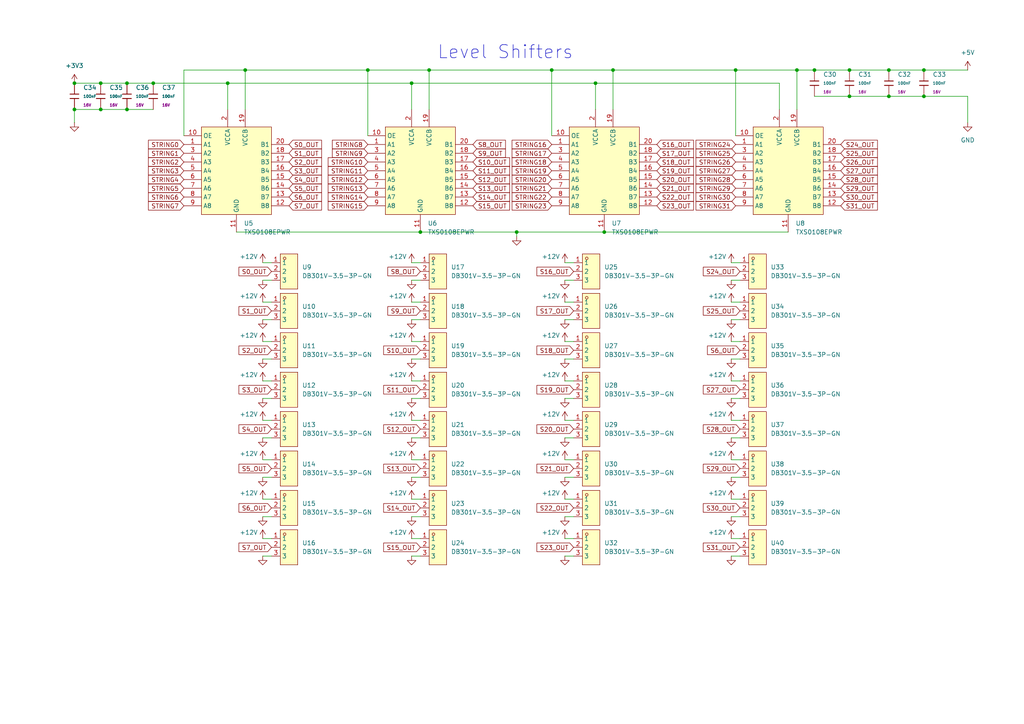
<source format=kicad_sch>
(kicad_sch (version 20250114) (generator "eeschema") (generator_version "9.0")
  (paper "A4")
  (text "Level Shifters" (at 146.558 15.24 0) (effects (font (size 3.81 3.81))))
  (junction (at 21.59 31.75))
  (junction (at 106.68 20.32))
  (junction (at 175.26 67.31))
  (junction (at 172.72 24.13))
  (junction (at 236.22 20.32))
  (junction (at 124.46 20.32))
  (junction (at 160.02 20.32))
  (junction (at 121.92 67.31))
  (junction (at 36.83 24.13))
  (junction (at 21.59 24.13))
  (junction (at 267.97 27.94))
  (junction (at 246.38 27.94))
  (junction (at 257.81 20.32))
  (junction (at 177.8 20.32))
  (junction (at 213.36 20.32))
  (junction (at 36.83 31.75))
  (junction (at 149.86 67.31))
  (junction (at 246.38 20.32))
  (junction (at 231.14 20.32))
  (junction (at 71.12 20.32))
  (junction (at 66.04 24.13))
  (junction (at 44.45 24.13))
  (junction (at 119.38 24.13))
  (junction (at 29.21 31.75))
  (junction (at 267.97 20.32))
  (junction (at 257.81 27.94))
  (junction (at 29.21 24.13))
  (wire (pts (xy 212.09 133.35) (xy 214.63 133.35)))
  (wire (pts (xy 163.83 110.49) (xy 166.37 110.49)))
  (wire (pts (xy 177.8 20.32) (xy 177.8 31.75)))
  (wire (pts (xy 172.72 24.13) (xy 226.06 24.13)))
  (wire (pts (xy 163.83 104.14) (xy 166.37 104.14)))
  (wire (pts (xy 76.2 149.86) (xy 78.74 149.86)))
  (wire (pts (xy 236.22 20.32) (xy 246.38 20.32)))
  (wire (pts (xy 236.22 27.94) (xy 246.38 27.94)))
  (wire (pts (xy 177.8 20.32) (xy 213.36 20.32)))
  (wire (pts (xy 76.2 81.28) (xy 78.74 81.28)))
  (wire (pts (xy 121.92 67.31) (xy 149.86 67.31)))
  (wire (pts (xy 124.46 20.32) (xy 160.02 20.32)))
  (wire (pts (xy 163.83 76.2) (xy 166.37 76.2)))
  (wire (pts (xy 119.38 99.06) (xy 121.92 99.06)))
  (wire (pts (xy 106.68 20.32) (xy 124.46 20.32)))
  (wire (pts (xy 119.38 110.49) (xy 121.92 110.49)))
  (wire (pts (xy 172.72 24.13) (xy 172.72 31.75)))
  (wire (pts (xy 36.83 24.13) (xy 44.45 24.13)))
  (wire (pts (xy 76.2 87.63) (xy 78.74 87.63)))
  (wire (pts (xy 119.38 138.43) (xy 121.92 138.43)))
  (wire (pts (xy 212.09 87.63) (xy 214.63 87.63)))
  (wire (pts (xy 267.97 27.94) (xy 280.67 27.94)))
  (wire (pts (xy 212.09 121.92) (xy 214.63 121.92)))
  (wire (pts (xy 119.38 144.78) (xy 121.92 144.78)))
  (wire (pts (xy 119.38 76.2) (xy 121.92 76.2)))
  (wire (pts (xy 163.83 144.78) (xy 166.37 144.78)))
  (wire (pts (xy 76.2 127) (xy 78.74 127)))
  (wire (pts (xy 29.21 24.13) (xy 36.83 24.13)))
  (wire (pts (xy 53.34 39.37) (xy 53.34 20.32)))
  (wire (pts (xy 76.2 121.92) (xy 78.74 121.92)))
  (wire (pts (xy 163.83 149.86) (xy 166.37 149.86)))
  (wire (pts (xy 212.09 127) (xy 214.63 127)))
  (wire (pts (xy 257.81 20.32) (xy 267.97 20.32)))
  (wire (pts (xy 212.09 104.14) (xy 214.63 104.14)))
  (wire (pts (xy 212.09 76.2) (xy 214.63 76.2)))
  (wire (pts (xy 175.26 67.31) (xy 228.6 67.31)))
  (wire (pts (xy 119.38 24.13) (xy 172.72 24.13)))
  (wire (pts (xy 163.83 138.43) (xy 166.37 138.43)))
  (wire (pts (xy 163.83 115.57) (xy 166.37 115.57)))
  (wire (pts (xy 160.02 20.32) (xy 160.02 39.37)))
  (wire (pts (xy 163.83 92.71) (xy 166.37 92.71)))
  (wire (pts (xy 76.2 104.14) (xy 78.74 104.14)))
  (wire (pts (xy 119.38 92.71) (xy 121.92 92.71)))
  (wire (pts (xy 246.38 20.32) (xy 257.81 20.32)))
  (wire (pts (xy 66.04 24.13) (xy 119.38 24.13)))
  (wire (pts (xy 212.09 92.71) (xy 214.63 92.71)))
  (wire (pts (xy 119.38 156.21) (xy 121.92 156.21)))
  (wire (pts (xy 44.45 24.13) (xy 66.04 24.13)))
  (wire (pts (xy 163.83 121.92) (xy 166.37 121.92)))
  (wire (pts (xy 160.02 20.32) (xy 177.8 20.32)))
  (wire (pts (xy 21.59 31.75) (xy 21.59 35.56)))
  (wire (pts (xy 212.09 110.49) (xy 214.63 110.49)))
  (wire (pts (xy 119.38 133.35) (xy 121.92 133.35)))
  (wire (pts (xy 163.83 127) (xy 166.37 127)))
  (wire (pts (xy 76.2 144.78) (xy 78.74 144.78)))
  (wire (pts (xy 212.09 81.28) (xy 214.63 81.28)))
  (wire (pts (xy 280.67 27.94) (xy 280.67 35.56)))
  (wire (pts (xy 163.83 87.63) (xy 166.37 87.63)))
  (wire (pts (xy 71.12 20.32) (xy 106.68 20.32)))
  (wire (pts (xy 163.83 161.29) (xy 166.37 161.29)))
  (wire (pts (xy 267.97 20.32) (xy 280.67 20.32)))
  (wire (pts (xy 21.59 31.75) (xy 29.21 31.75)))
  (wire (pts (xy 231.14 20.32) (xy 236.22 20.32)))
  (wire (pts (xy 124.46 20.32) (xy 124.46 31.75)))
  (wire (pts (xy 212.09 115.57) (xy 214.63 115.57)))
  (wire (pts (xy 53.34 20.32) (xy 71.12 20.32)))
  (wire (pts (xy 119.38 115.57) (xy 121.92 115.57)))
  (wire (pts (xy 76.2 99.06) (xy 78.74 99.06)))
  (wire (pts (xy 246.38 27.94) (xy 257.81 27.94)))
  (wire (pts (xy 212.09 161.29) (xy 214.63 161.29)))
  (wire (pts (xy 119.38 161.29) (xy 121.92 161.29)))
  (wire (pts (xy 119.38 121.92) (xy 121.92 121.92)))
  (wire (pts (xy 76.2 76.2) (xy 78.74 76.2)))
  (wire (pts (xy 29.21 31.75) (xy 36.83 31.75)))
  (wire (pts (xy 231.14 20.32) (xy 231.14 31.75)))
  (wire (pts (xy 21.59 24.13) (xy 29.21 24.13)))
  (wire (pts (xy 76.2 161.29) (xy 78.74 161.29)))
  (wire (pts (xy 119.38 81.28) (xy 121.92 81.28)))
  (wire (pts (xy 149.86 67.31) (xy 175.26 67.31)))
  (wire (pts (xy 213.36 20.32) (xy 213.36 39.37)))
  (wire (pts (xy 213.36 20.32) (xy 231.14 20.32)))
  (wire (pts (xy 212.09 149.86) (xy 214.63 149.86)))
  (wire (pts (xy 257.81 27.94) (xy 267.97 27.94)))
  (wire (pts (xy 71.12 20.32) (xy 71.12 31.75)))
  (wire (pts (xy 119.38 24.13) (xy 119.38 31.75)))
  (wire (pts (xy 212.09 138.43) (xy 214.63 138.43)))
  (wire (pts (xy 149.86 68.58) (xy 149.86 67.31)))
  (wire (pts (xy 163.83 156.21) (xy 166.37 156.21)))
  (wire (pts (xy 76.2 115.57) (xy 78.74 115.57)))
  (wire (pts (xy 163.83 99.06) (xy 166.37 99.06)))
  (wire (pts (xy 212.09 99.06) (xy 214.63 99.06)))
  (wire (pts (xy 163.83 133.35) (xy 166.37 133.35)))
  (wire (pts (xy 119.38 87.63) (xy 121.92 87.63)))
  (wire (pts (xy 106.68 20.32) (xy 106.68 39.37)))
  (wire (pts (xy 68.58 67.31) (xy 121.92 67.31)))
  (wire (pts (xy 76.2 156.21) (xy 78.74 156.21)))
  (wire (pts (xy 212.09 156.21) (xy 214.63 156.21)))
  (wire (pts (xy 119.38 104.14) (xy 121.92 104.14)))
  (wire (pts (xy 163.83 81.28) (xy 166.37 81.28)))
  (wire (pts (xy 76.2 92.71) (xy 78.74 92.71)))
  (wire (pts (xy 66.04 24.13) (xy 66.04 31.75)))
  (wire (pts (xy 212.09 144.78) (xy 214.63 144.78)))
  (wire (pts (xy 36.83 31.75) (xy 44.45 31.75)))
  (wire (pts (xy 76.2 133.35) (xy 78.74 133.35)))
  (wire (pts (xy 76.2 138.43) (xy 78.74 138.43)))
  (wire (pts (xy 119.38 149.86) (xy 121.92 149.86)))
  (wire (pts (xy 119.38 127) (xy 121.92 127)))
  (wire (pts (xy 76.2 110.49) (xy 78.74 110.49)))
  (wire (pts (xy 226.06 24.13) (xy 226.06 31.75)))
  (global_label "S8_OUT" (shape input) (at 137.16 41.91 0) (property "Intersheetrefs" "${INTERSHEET_REFS}" (effects (hide yes))))
  (global_label "S21_OUT" (shape input) (at 190.5 54.61 0) (property "Intersheetrefs" "${INTERSHEET_REFS}" (effects (hide yes))))
  (global_label "S31_OUT" (shape input) (at 243.84 59.69 0) (property "Intersheetrefs" "${INTERSHEET_REFS}" (effects (hide yes))))
  (global_label "S24_OUT" (shape input) (at 214.63 78.74 180) (property "Intersheetrefs" "${INTERSHEET_REFS}" (effects (hide yes))))
  (global_label "S17_OUT" (shape input) (at 166.37 90.17 180) (property "Intersheetrefs" "${INTERSHEET_REFS}" (effects (hide yes))))
  (global_label "STRING4" (shape input) (at 53.34 52.07 180) (property "Intersheetrefs" "${INTERSHEET_REFS}" (effects (hide yes))))
  (global_label "STRING0" (shape input) (at 53.34 41.91 180) (property "Intersheetrefs" "${INTERSHEET_REFS}" (effects (hide yes))))
  (global_label "S3_OUT" (shape input) (at 78.74 113.03 180) (property "Intersheetrefs" "${INTERSHEET_REFS}" (effects (hide yes))))
  (global_label "S12_OUT" (shape input) (at 121.92 124.46 180) (property "Intersheetrefs" "${INTERSHEET_REFS}" (effects (hide yes))))
  (global_label "S7_OUT" (shape input) (at 83.82 59.69 0) (property "Intersheetrefs" "${INTERSHEET_REFS}" (effects (hide yes))))
  (global_label "S25_OUT" (shape input) (at 243.84 44.45 0) (property "Intersheetrefs" "${INTERSHEET_REFS}" (effects (hide yes))))
  (global_label "STRING8" (shape input) (at 106.68 41.91 180) (property "Intersheetrefs" "${INTERSHEET_REFS}" (effects (hide yes))))
  (global_label "STRING9" (shape input) (at 106.68 44.45 180) (property "Intersheetrefs" "${INTERSHEET_REFS}" (effects (hide yes))))
  (global_label "S8_OUT" (shape input) (at 121.92 78.74 180) (property "Intersheetrefs" "${INTERSHEET_REFS}" (effects (hide yes))))
  (global_label "S2_OUT" (shape input) (at 78.74 101.6 180) (property "Intersheetrefs" "${INTERSHEET_REFS}" (effects (hide yes))))
  (global_label "S14_OUT" (shape input) (at 121.92 147.32 180) (property "Intersheetrefs" "${INTERSHEET_REFS}" (effects (hide yes))))
  (global_label "STRING21" (shape input) (at 160.02 54.61 180) (property "Intersheetrefs" "${INTERSHEET_REFS}" (effects (hide yes))))
  (global_label "S20_OUT" (shape input) (at 190.5 52.07 0) (property "Intersheetrefs" "${INTERSHEET_REFS}" (effects (hide yes))))
  (global_label "S18_OUT" (shape input) (at 190.5 46.99 0) (property "Intersheetrefs" "${INTERSHEET_REFS}" (effects (hide yes))))
  (global_label "S27_OUT" (shape input) (at 243.84 49.53 0) (property "Intersheetrefs" "${INTERSHEET_REFS}" (effects (hide yes))))
  (global_label "S24_OUT" (shape input) (at 243.84 41.91 0) (property "Intersheetrefs" "${INTERSHEET_REFS}" (effects (hide yes))))
  (global_label "S20_OUT" (shape input) (at 166.37 124.46 180) (property "Intersheetrefs" "${INTERSHEET_REFS}" (effects (hide yes))))
  (global_label "S25_OUT" (shape input) (at 214.63 90.17 180) (property "Intersheetrefs" "${INTERSHEET_REFS}" (effects (hide yes))))
  (global_label "S14_OUT" (shape input) (at 137.16 57.15 0) (property "Intersheetrefs" "${INTERSHEET_REFS}" (effects (hide yes))))
  (global_label "S9_OUT" (shape input) (at 137.16 44.45 0) (property "Intersheetrefs" "${INTERSHEET_REFS}" (effects (hide yes))))
  (global_label "S26_OUT" (shape input) (at 243.84 46.99 0) (property "Intersheetrefs" "${INTERSHEET_REFS}" (effects (hide yes))))
  (global_label "STRING22" (shape input) (at 160.02 57.15 180) (property "Intersheetrefs" "${INTERSHEET_REFS}" (effects (hide yes))))
  (global_label "S11_OUT" (shape input) (at 137.16 49.53 0) (property "Intersheetrefs" "${INTERSHEET_REFS}" (effects (hide yes))))
  (global_label "STRING29" (shape input) (at 213.36 54.61 180) (property "Intersheetrefs" "${INTERSHEET_REFS}" (effects (hide yes))))
  (global_label "S21_OUT" (shape input) (at 166.37 135.89 180) (property "Intersheetrefs" "${INTERSHEET_REFS}" (effects (hide yes))))
  (global_label "S0_OUT" (shape input) (at 78.74 78.74 180) (property "Intersheetrefs" "${INTERSHEET_REFS}" (effects (hide yes))))
  (global_label "STRING10" (shape input) (at 106.68 46.99 180) (property "Intersheetrefs" "${INTERSHEET_REFS}" (effects (hide yes))))
  (global_label "STRING30" (shape input) (at 213.36 57.15 180) (property "Intersheetrefs" "${INTERSHEET_REFS}" (effects (hide yes))))
  (global_label "S6_OUT" (shape input) (at 214.63 101.6 180) (property "Intersheetrefs" "${INTERSHEET_REFS}" (effects (hide yes))))
  (global_label "STRING16" (shape input) (at 160.02 41.91 180) (property "Intersheetrefs" "${INTERSHEET_REFS}" (effects (hide yes))))
  (global_label "STRING17" (shape input) (at 160.02 44.45 180) (property "Intersheetrefs" "${INTERSHEET_REFS}" (effects (hide yes))))
  (global_label "S29_OUT" (shape input) (at 243.84 54.61 0) (property "Intersheetrefs" "${INTERSHEET_REFS}" (effects (hide yes))))
  (global_label "S29_OUT" (shape input) (at 214.63 135.89 180) (property "Intersheetrefs" "${INTERSHEET_REFS}" (effects (hide yes))))
  (global_label "STRING12" (shape input) (at 106.68 52.07 180) (property "Intersheetrefs" "${INTERSHEET_REFS}" (effects (hide yes))))
  (global_label "S13_OUT" (shape input) (at 121.92 135.89 180) (property "Intersheetrefs" "${INTERSHEET_REFS}" (effects (hide yes))))
  (global_label "S2_OUT" (shape input) (at 83.82 46.99 0) (property "Intersheetrefs" "${INTERSHEET_REFS}" (effects (hide yes))))
  (global_label "S9_OUT" (shape input) (at 121.92 90.17 180) (property "Intersheetrefs" "${INTERSHEET_REFS}" (effects (hide yes))))
  (global_label "S5_OUT" (shape input) (at 78.74 135.89 180) (property "Intersheetrefs" "${INTERSHEET_REFS}" (effects (hide yes))))
  (global_label "S23_OUT" (shape input) (at 190.5 59.69 0) (property "Intersheetrefs" "${INTERSHEET_REFS}" (effects (hide yes))))
  (global_label "STRING18" (shape input) (at 160.02 46.99 180) (property "Intersheetrefs" "${INTERSHEET_REFS}" (effects (hide yes))))
  (global_label "STRING13" (shape input) (at 106.68 54.61 180) (property "Intersheetrefs" "${INTERSHEET_REFS}" (effects (hide yes))))
  (global_label "S5_OUT" (shape input) (at 83.82 54.61 0) (property "Intersheetrefs" "${INTERSHEET_REFS}" (effects (hide yes))))
  (global_label "S6_OUT" (shape input) (at 83.82 57.15 0) (property "Intersheetrefs" "${INTERSHEET_REFS}" (effects (hide yes))))
  (global_label "S6_OUT" (shape input) (at 78.74 147.32 180) (property "Intersheetrefs" "${INTERSHEET_REFS}" (effects (hide yes))))
  (global_label "STRING15" (shape input) (at 106.68 59.69 180) (property "Intersheetrefs" "${INTERSHEET_REFS}" (effects (hide yes))))
  (global_label "S10_OUT" (shape input) (at 121.92 101.6 180) (property "Intersheetrefs" "${INTERSHEET_REFS}" (effects (hide yes))))
  (global_label "S30_OUT" (shape input) (at 243.84 57.15 0) (property "Intersheetrefs" "${INTERSHEET_REFS}" (effects (hide yes))))
  (global_label "S27_OUT" (shape input) (at 214.63 113.03 180) (property "Intersheetrefs" "${INTERSHEET_REFS}" (effects (hide yes))))
  (global_label "S10_OUT" (shape input) (at 137.16 46.99 0) (property "Intersheetrefs" "${INTERSHEET_REFS}" (effects (hide yes))))
  (global_label "STRING28" (shape input) (at 213.36 52.07 180) (property "Intersheetrefs" "${INTERSHEET_REFS}" (effects (hide yes))))
  (global_label "STRING6" (shape input) (at 53.34 57.15 180) (property "Intersheetrefs" "${INTERSHEET_REFS}" (effects (hide yes))))
  (global_label "STRING1" (shape input) (at 53.34 44.45 180) (property "Intersheetrefs" "${INTERSHEET_REFS}" (effects (hide yes))))
  (global_label "STRING31" (shape input) (at 213.36 59.69 180) (property "Intersheetrefs" "${INTERSHEET_REFS}" (effects (hide yes))))
  (global_label "S13_OUT" (shape input) (at 137.16 54.61 0) (property "Intersheetrefs" "${INTERSHEET_REFS}" (effects (hide yes))))
  (global_label "S1_OUT" (shape input) (at 83.82 44.45 0) (property "Intersheetrefs" "${INTERSHEET_REFS}" (effects (hide yes))))
  (global_label "S22_OUT" (shape input) (at 166.37 147.32 180) (property "Intersheetrefs" "${INTERSHEET_REFS}" (effects (hide yes))))
  (global_label "S16_OUT" (shape input) (at 190.5 41.91 0) (property "Intersheetrefs" "${INTERSHEET_REFS}" (effects (hide yes))))
  (global_label "STRING2" (shape input) (at 53.34 46.99 180) (property "Intersheetrefs" "${INTERSHEET_REFS}" (effects (hide yes))))
  (global_label "S16_OUT" (shape input) (at 166.37 78.74 180) (property "Intersheetrefs" "${INTERSHEET_REFS}" (effects (hide yes))))
  (global_label "S4_OUT" (shape input) (at 83.82 52.07 0) (property "Intersheetrefs" "${INTERSHEET_REFS}" (effects (hide yes))))
  (global_label "S15_OUT" (shape input) (at 137.16 59.69 0) (property "Intersheetrefs" "${INTERSHEET_REFS}" (effects (hide yes))))
  (global_label "S17_OUT" (shape input) (at 190.5 44.45 0) (property "Intersheetrefs" "${INTERSHEET_REFS}" (effects (hide yes))))
  (global_label "S18_OUT" (shape input) (at 166.37 101.6 180) (property "Intersheetrefs" "${INTERSHEET_REFS}" (effects (hide yes))))
  (global_label "STRING25" (shape input) (at 213.36 44.45 180) (property "Intersheetrefs" "${INTERSHEET_REFS}" (effects (hide yes))))
  (global_label "STRING27" (shape input) (at 213.36 49.53 180) (property "Intersheetrefs" "${INTERSHEET_REFS}" (effects (hide yes))))
  (global_label "S23_OUT" (shape input) (at 166.37 158.75 180) (property "Intersheetrefs" "${INTERSHEET_REFS}" (effects (hide yes))))
  (global_label "STRING3" (shape input) (at 53.34 49.53 180) (property "Intersheetrefs" "${INTERSHEET_REFS}" (effects (hide yes))))
  (global_label "S22_OUT" (shape input) (at 190.5 57.15 0) (property "Intersheetrefs" "${INTERSHEET_REFS}" (effects (hide yes))))
  (global_label "STRING19" (shape input) (at 160.02 49.53 180) (property "Intersheetrefs" "${INTERSHEET_REFS}" (effects (hide yes))))
  (global_label "S15_OUT" (shape input) (at 121.92 158.75 180) (property "Intersheetrefs" "${INTERSHEET_REFS}" (effects (hide yes))))
  (global_label "S0_OUT" (shape input) (at 83.82 41.91 0) (property "Intersheetrefs" "${INTERSHEET_REFS}" (effects (hide yes))))
  (global_label "STRING20" (shape input) (at 160.02 52.07 180) (property "Intersheetrefs" "${INTERSHEET_REFS}" (effects (hide yes))))
  (global_label "S28_OUT" (shape input) (at 243.84 52.07 0) (property "Intersheetrefs" "${INTERSHEET_REFS}" (effects (hide yes))))
  (global_label "S7_OUT" (shape input) (at 78.74 158.75 180) (property "Intersheetrefs" "${INTERSHEET_REFS}" (effects (hide yes))))
  (global_label "S31_OUT" (shape input) (at 214.63 158.75 180) (property "Intersheetrefs" "${INTERSHEET_REFS}" (effects (hide yes))))
  (global_label "STRING24" (shape input) (at 213.36 41.91 180) (property "Intersheetrefs" "${INTERSHEET_REFS}" (effects (hide yes))))
  (global_label "S19_OUT" (shape input) (at 190.5 49.53 0) (property "Intersheetrefs" "${INTERSHEET_REFS}" (effects (hide yes))))
  (global_label "S11_OUT" (shape input) (at 121.92 113.03 180) (property "Intersheetrefs" "${INTERSHEET_REFS}" (effects (hide yes))))
  (global_label "S28_OUT" (shape input) (at 214.63 124.46 180) (property "Intersheetrefs" "${INTERSHEET_REFS}" (effects (hide yes))))
  (global_label "S19_OUT" (shape input) (at 166.37 113.03 180) (property "Intersheetrefs" "${INTERSHEET_REFS}" (effects (hide yes))))
  (global_label "S12_OUT" (shape input) (at 137.16 52.07 0) (property "Intersheetrefs" "${INTERSHEET_REFS}" (effects (hide yes))))
  (global_label "STRING14" (shape input) (at 106.68 57.15 180) (property "Intersheetrefs" "${INTERSHEET_REFS}" (effects (hide yes))))
  (global_label "STRING26" (shape input) (at 213.36 46.99 180) (property "Intersheetrefs" "${INTERSHEET_REFS}" (effects (hide yes))))
  (global_label "STRING11" (shape input) (at 106.68 49.53 180) (property "Intersheetrefs" "${INTERSHEET_REFS}" (effects (hide yes))))
  (global_label "S1_OUT" (shape input) (at 78.74 90.17 180) (property "Intersheetrefs" "${INTERSHEET_REFS}" (effects (hide yes))))
  (global_label "STRING7" (shape input) (at 53.34 59.69 180) (property "Intersheetrefs" "${INTERSHEET_REFS}" (effects (hide yes))))
  (global_label "STRING5" (shape input) (at 53.34 54.61 180) (property "Intersheetrefs" "${INTERSHEET_REFS}" (effects (hide yes))))
  (global_label "STRING23" (shape input) (at 160.02 59.69 180) (property "Intersheetrefs" "${INTERSHEET_REFS}" (effects (hide yes))))
  (global_label "S3_OUT" (shape input) (at 83.82 49.53 0) (property "Intersheetrefs" "${INTERSHEET_REFS}" (effects (hide yes))))
  (global_label "S30_OUT" (shape input) (at 214.63 147.32 180) (property "Intersheetrefs" "${INTERSHEET_REFS}" (effects (hide yes))))
  (global_label "S4_OUT" (shape input) (at 78.74 124.46 180) (property "Intersheetrefs" "${INTERSHEET_REFS}" (effects (hide yes))))
  (symbol (lib_id "power:+12V") (at 163.83 133.35 0) (unit 1)
    (property "Reference" "#PWR074" (effects (hide yes)))
    (property "Value" "+12V" (at 159.766 131.572 0))
    (property "Description" "Power symbol creates a global label with name \"+12V\"" (effects (hide yes)))
  )
  (symbol (lib_id "EasyEDA:DB301V-3.5-3P-GN") (at 171.45 90.17 0) (unit 1)
    (property "Reference" "U26" (at 175.26 88.8999 0) (effects (justify left)))
    (property "Value" "DB301V-3.5-3P-GN" (at 175.26 91.4399 0) (effects (justify left)))
    (property "Footprint" "EasyEDA:CONN-TH_DB301V-3.5-3P-GN" (effects (hide yes)))
    (property "Datasheet" "https://lcsc.com/product-detail/Wire-To-Board-Wire-To-Wire-Connector_DIBO-DB301V-3-5-3P-GN_C695630.html" (effects (hide yes)))
    (property "LCSC Part" "C695630" (effects (hide yes)))
  )
  (symbol (lib_id "power:GND") (at 21.59 35.56 0) (unit 1)
    (property "Reference" "#PWR029" (effects (hide yes)))
    (property "Value" "GND" (effects (hide yes)))
    (property "Description" "Power symbol creates a global label with name \"GND\" , ground" (effects (hide yes)))
  )
  (symbol (lib_id "power:GND") (at 119.38 138.43 0) (unit 1)
    (property "Reference" "#PWR077" (effects (hide yes)))
    (property "Value" "GND" (effects (hide yes)))
    (property "Description" "Power symbol creates a global label with name \"GND\" , ground" (effects (hide yes)))
  )
  (symbol (lib_id "power:GND") (at 212.09 92.71 0) (unit 1)
    (property "Reference" "#PWR047" (effects (hide yes)))
    (property "Value" "GND" (effects (hide yes)))
    (property "Description" "Power symbol creates a global label with name \"GND\" , ground" (effects (hide yes)))
  )
  (symbol (lib_id "power:GND") (at 212.09 149.86 0) (unit 1)
    (property "Reference" "#PWR087" (effects (hide yes)))
    (property "Value" "GND" (effects (hide yes)))
    (property "Description" "Power symbol creates a global label with name \"GND\" , ground" (effects (hide yes)))
  )
  (symbol (lib_id "power:+12V") (at 163.83 110.49 0) (unit 1)
    (property "Reference" "#PWR058" (effects (hide yes)))
    (property "Value" "+12V" (at 159.766 108.712 0))
    (property "Description" "Power symbol creates a global label with name \"+12V\"" (effects (hide yes)))
  )
  (symbol (lib_id "PCM_JLCPCB-Capacitors:0402,100nF") (at 29.21 27.94 0) (unit 1)
    (property "Reference" "C35" (at 31.75 25.3999 0) (effects (justify left)))
    (property "Value" "100nF" (at 31.75 27.94 0) (effects (font (size 0.8 0.8)) (justify left)))
    (property "Footprint" "PCM_JLCPCB:C_0402" (effects (hide yes)))
    (property "Datasheet" "https://www.lcsc.com/datasheet/lcsc_datasheet_2304140030_Samsung-Electro-Mechanics-CL05B104KO5NNNC_C1525.pdf" (effects (hide yes)))
    (property "Description" "16V 100nF X7R ±10% 0402 Multilayer Ceramic Capacitors MLCC - SMD/SMT ROHS" (effects (hide yes)))
    (property "LCSC" "C1525" (effects (hide yes)))
    (property "Stock" "16712941" (effects (hide yes)))
    (property "Price" "0.004USD" (effects (hide yes)))
    (property "Process" "SMT" (effects (hide yes)))
    (property "Minimum Qty" "20" (effects (hide yes)))
    (property "Attrition Qty" "10" (effects (hide yes)))
    (property "Class" "Basic Component" (effects (hide yes)))
    (property "Category" "Capacitors,Multilayer Ceramic Capacitors MLCC - SMD/SMT" (effects (hide yes)))
    (property "Manufacturer" "Samsung Electro-Mechanics" (effects (hide yes)))
    (property "Part" "CL05B104KO5NNNC" (effects (hide yes)))
    (property "Voltage Rated" "16V" (at 31.75 30.48 0) (effects (font (size 0.8 0.8)) (justify left)))
    (property "Tolerance" "±10%" (effects (hide yes)))
    (property "Capacitance" "100nF" (effects (hide yes)))
    (property "Temperature Coefficient" "X7R" (effects (hide yes)))
  )
  (symbol (lib_id "power:GND") (at 163.83 104.14 0) (unit 1)
    (property "Reference" "#PWR054" (effects (hide yes)))
    (property "Value" "GND" (effects (hide yes)))
    (property "Description" "Power symbol creates a global label with name \"GND\" , ground" (effects (hide yes)))
  )
  (symbol (lib_id "power:+12V") (at 163.83 144.78 0) (unit 1)
    (property "Reference" "#PWR082" (effects (hide yes)))
    (property "Value" "+12V" (at 159.766 143.002 0))
    (property "Description" "Power symbol creates a global label with name \"+12V\"" (effects (hide yes)))
  )
  (symbol (lib_id "power:+12V") (at 119.38 110.49 0) (unit 1)
    (property "Reference" "#PWR057" (effects (hide yes)))
    (property "Value" "+12V" (at 115.316 108.712 0))
    (property "Description" "Power symbol creates a global label with name \"+12V\"" (effects (hide yes)))
  )
  (symbol (lib_id "EasyEDA:DB301V-3.5-3P-GN") (at 83.82 158.75 0) (unit 1)
    (property "Reference" "U16" (at 87.63 157.4799 0) (effects (justify left)))
    (property "Value" "DB301V-3.5-3P-GN" (at 87.63 160.0199 0) (effects (justify left)))
    (property "Footprint" "EasyEDA:CONN-TH_DB301V-3.5-3P-GN" (effects (hide yes)))
    (property "Datasheet" "https://lcsc.com/product-detail/Wire-To-Board-Wire-To-Wire-Connector_DIBO-DB301V-3-5-3P-GN_C695630.html" (effects (hide yes)))
    (property "LCSC Part" "C695630" (effects (hide yes)))
  )
  (symbol (lib_id "PCM_JLCPCB-Capacitors:0402,100nF") (at 246.38 24.13 0) (unit 1)
    (property "Reference" "C31" (at 248.92 21.5899 0) (effects (justify left)))
    (property "Value" "100nF" (at 248.92 24.13 0) (effects (font (size 0.8 0.8)) (justify left)))
    (property "Footprint" "PCM_JLCPCB:C_0402" (effects (hide yes)))
    (property "Datasheet" "https://www.lcsc.com/datasheet/lcsc_datasheet_2304140030_Samsung-Electro-Mechanics-CL05B104KO5NNNC_C1525.pdf" (effects (hide yes)))
    (property "Description" "16V 100nF X7R ±10% 0402 Multilayer Ceramic Capacitors MLCC - SMD/SMT ROHS" (effects (hide yes)))
    (property "LCSC" "C1525" (effects (hide yes)))
    (property "Stock" "16712941" (effects (hide yes)))
    (property "Price" "0.004USD" (effects (hide yes)))
    (property "Process" "SMT" (effects (hide yes)))
    (property "Minimum Qty" "20" (effects (hide yes)))
    (property "Attrition Qty" "10" (effects (hide yes)))
    (property "Class" "Basic Component" (effects (hide yes)))
    (property "Category" "Capacitors,Multilayer Ceramic Capacitors MLCC - SMD/SMT" (effects (hide yes)))
    (property "Manufacturer" "Samsung Electro-Mechanics" (effects (hide yes)))
    (property "Part" "CL05B104KO5NNNC" (effects (hide yes)))
    (property "Voltage Rated" "16V" (at 248.92 26.67 0) (effects (font (size 0.8 0.8)) (justify left)))
    (property "Tolerance" "±10%" (effects (hide yes)))
    (property "Capacitance" "100nF" (effects (hide yes)))
    (property "Temperature Coefficient" "X7R" (effects (hide yes)))
  )
  (symbol (lib_id "power:GND") (at 119.38 92.71 0) (unit 1)
    (property "Reference" "#PWR045" (effects (hide yes)))
    (property "Value" "GND" (effects (hide yes)))
    (property "Description" "Power symbol creates a global label with name \"GND\" , ground" (effects (hide yes)))
  )
  (symbol (lib_id "power:+12V") (at 119.38 121.92 0) (unit 1)
    (property "Reference" "#PWR065" (effects (hide yes)))
    (property "Value" "+12V" (at 115.316 120.142 0))
    (property "Description" "Power symbol creates a global label with name \"+12V\"" (effects (hide yes)))
  )
  (symbol (lib_id "EasyEDA:TXS0108EPWR") (at 175.26 49.53 0) (unit 1)
    (property "Reference" "U7" (at 177.4033 64.77 0) (effects (justify left)))
    (property "Value" "TXS0108EPWR" (at 177.4033 67.31 0) (effects (justify left)))
    (property "Footprint" "EasyEDA:TSSOP-20_L6.5-W4.4-P0.65-LS6.4-BL" (effects (hide yes)))
    (property "Datasheet" "https://lcsc.com/product-detail/Interface-ICs_TI_TXS0108EPWR_TXS0108EPWR_C17206.html" (effects (hide yes)))
    (property "LCSC Part" "C17206" (effects (hide yes)))
  )
  (symbol (lib_id "power:+12V") (at 119.38 99.06 0) (unit 1)
    (property "Reference" "#PWR049" (effects (hide yes)))
    (property "Value" "+12V" (at 115.316 97.282 0))
    (property "Description" "Power symbol creates a global label with name \"+12V\"" (effects (hide yes)))
  )
  (symbol (lib_id "EasyEDA:DB301V-3.5-3P-GN") (at 83.82 124.46 0) (unit 1)
    (property "Reference" "U13" (at 87.63 123.1899 0) (effects (justify left)))
    (property "Value" "DB301V-3.5-3P-GN" (at 87.63 125.7299 0) (effects (justify left)))
    (property "Footprint" "EasyEDA:CONN-TH_DB301V-3.5-3P-GN" (effects (hide yes)))
    (property "Datasheet" "https://lcsc.com/product-detail/Wire-To-Board-Wire-To-Wire-Connector_DIBO-DB301V-3-5-3P-GN_C695630.html" (effects (hide yes)))
    (property "LCSC Part" "C695630" (effects (hide yes)))
  )
  (symbol (lib_id "EasyEDA:DB301V-3.5-3P-GN") (at 127 135.89 0) (unit 1)
    (property "Reference" "U22" (at 130.81 134.6199 0) (effects (justify left)))
    (property "Value" "DB301V-3.5-3P-GN" (at 130.81 137.1599 0) (effects (justify left)))
    (property "Footprint" "EasyEDA:CONN-TH_DB301V-3.5-3P-GN" (effects (hide yes)))
    (property "Datasheet" "https://lcsc.com/product-detail/Wire-To-Board-Wire-To-Wire-Connector_DIBO-DB301V-3-5-3P-GN_C695630.html" (effects (hide yes)))
    (property "LCSC Part" "C695630" (effects (hide yes)))
  )
  (symbol (lib_id "power:GND") (at 119.38 81.28 0) (unit 1)
    (property "Reference" "#PWR037" (effects (hide yes)))
    (property "Value" "GND" (effects (hide yes)))
    (property "Description" "Power symbol creates a global label with name \"GND\" , ground" (effects (hide yes)))
  )
  (symbol (lib_id "power:GND") (at 163.83 92.71 0) (unit 1)
    (property "Reference" "#PWR046" (effects (hide yes)))
    (property "Value" "GND" (effects (hide yes)))
    (property "Description" "Power symbol creates a global label with name \"GND\" , ground" (effects (hide yes)))
  )
  (symbol (lib_id "power:+12V") (at 163.83 99.06 0) (unit 1)
    (property "Reference" "#PWR050" (effects (hide yes)))
    (property "Value" "+12V" (at 159.766 97.282 0))
    (property "Description" "Power symbol creates a global label with name \"+12V\"" (effects (hide yes)))
  )
  (symbol (lib_id "power:GND") (at 212.09 104.14 0) (unit 1)
    (property "Reference" "#PWR055" (effects (hide yes)))
    (property "Value" "GND" (effects (hide yes)))
    (property "Description" "Power symbol creates a global label with name \"GND\" , ground" (effects (hide yes)))
  )
  (symbol (lib_id "power:+12V") (at 212.09 110.49 0) (unit 1)
    (property "Reference" "#PWR059" (effects (hide yes)))
    (property "Value" "+12V" (at 208.026 108.712 0))
    (property "Description" "Power symbol creates a global label with name \"+12V\"" (effects (hide yes)))
  )
  (symbol (lib_id "PCM_JLCPCB-Capacitors:0402,100nF") (at 236.22 24.13 0) (unit 1)
    (property "Reference" "C30" (at 238.76 21.5899 0) (effects (justify left)))
    (property "Value" "100nF" (at 238.76 24.13 0) (effects (font (size 0.8 0.8)) (justify left)))
    (property "Footprint" "PCM_JLCPCB:C_0402" (effects (hide yes)))
    (property "Datasheet" "https://www.lcsc.com/datasheet/lcsc_datasheet_2304140030_Samsung-Electro-Mechanics-CL05B104KO5NNNC_C1525.pdf" (effects (hide yes)))
    (property "Description" "16V 100nF X7R ±10% 0402 Multilayer Ceramic Capacitors MLCC - SMD/SMT ROHS" (effects (hide yes)))
    (property "LCSC" "C1525" (effects (hide yes)))
    (property "Stock" "16712941" (effects (hide yes)))
    (property "Price" "0.004USD" (effects (hide yes)))
    (property "Process" "SMT" (effects (hide yes)))
    (property "Minimum Qty" "20" (effects (hide yes)))
    (property "Attrition Qty" "10" (effects (hide yes)))
    (property "Class" "Basic Component" (effects (hide yes)))
    (property "Category" "Capacitors,Multilayer Ceramic Capacitors MLCC - SMD/SMT" (effects (hide yes)))
    (property "Manufacturer" "Samsung Electro-Mechanics" (effects (hide yes)))
    (property "Part" "CL05B104KO5NNNC" (effects (hide yes)))
    (property "Voltage Rated" "16V" (at 238.76 26.67 0) (effects (font (size 0.8 0.8)) (justify left)))
    (property "Tolerance" "±10%" (effects (hide yes)))
    (property "Capacitance" "100nF" (effects (hide yes)))
    (property "Temperature Coefficient" "X7R" (effects (hide yes)))
  )
  (symbol (lib_id "power:GND") (at 212.09 138.43 0) (unit 1)
    (property "Reference" "#PWR079" (effects (hide yes)))
    (property "Value" "GND" (effects (hide yes)))
    (property "Description" "Power symbol creates a global label with name \"GND\" , ground" (effects (hide yes)))
  )
  (symbol (lib_id "EasyEDA:TXS0108EPWR") (at 68.58 49.53 0) (unit 1)
    (property "Reference" "U5" (at 70.7233 64.77 0) (effects (justify left)))
    (property "Value" "TXS0108EPWR" (at 70.7233 67.31 0) (effects (justify left)))
    (property "Footprint" "EasyEDA:TSSOP-20_L6.5-W4.4-P0.65-LS6.4-BL" (effects (hide yes)))
    (property "Datasheet" "https://lcsc.com/product-detail/Interface-ICs_TI_TXS0108EPWR_TXS0108EPWR_C17206.html" (effects (hide yes)))
    (property "LCSC Part" "C17206" (effects (hide yes)))
  )
  (symbol (lib_id "EasyEDA:DB301V-3.5-3P-GN") (at 127 101.6 0) (unit 1)
    (property "Reference" "U19" (at 130.81 100.3299 0) (effects (justify left)))
    (property "Value" "DB301V-3.5-3P-GN" (at 130.81 102.8699 0) (effects (justify left)))
    (property "Footprint" "EasyEDA:CONN-TH_DB301V-3.5-3P-GN" (effects (hide yes)))
    (property "Datasheet" "https://lcsc.com/product-detail/Wire-To-Board-Wire-To-Wire-Connector_DIBO-DB301V-3-5-3P-GN_C695630.html" (effects (hide yes)))
    (property "LCSC Part" "C695630" (effects (hide yes)))
  )
  (symbol (lib_id "EasyEDA:DB301V-3.5-3P-GN") (at 219.71 124.46 0) (unit 1)
    (property "Reference" "U37" (at 223.52 123.1899 0) (effects (justify left)))
    (property "Value" "DB301V-3.5-3P-GN" (at 223.52 125.7299 0) (effects (justify left)))
    (property "Footprint" "EasyEDA:CONN-TH_DB301V-3.5-3P-GN" (effects (hide yes)))
    (property "Datasheet" "https://lcsc.com/product-detail/Wire-To-Board-Wire-To-Wire-Connector_DIBO-DB301V-3-5-3P-GN_C695630.html" (effects (hide yes)))
    (property "LCSC Part" "C695630" (effects (hide yes)))
  )
  (symbol (lib_id "power:GND") (at 212.09 115.57 0) (unit 1)
    (property "Reference" "#PWR063" (effects (hide yes)))
    (property "Value" "GND" (effects (hide yes)))
    (property "Description" "Power symbol creates a global label with name \"GND\" , ground" (effects (hide yes)))
  )
  (symbol (lib_id "EasyEDA:DB301V-3.5-3P-GN") (at 219.71 158.75 0) (unit 1)
    (property "Reference" "U40" (at 223.52 157.4799 0) (effects (justify left)))
    (property "Value" "DB301V-3.5-3P-GN" (at 223.52 160.0199 0) (effects (justify left)))
    (property "Footprint" "EasyEDA:CONN-TH_DB301V-3.5-3P-GN" (effects (hide yes)))
    (property "Datasheet" "https://lcsc.com/product-detail/Wire-To-Board-Wire-To-Wire-Connector_DIBO-DB301V-3-5-3P-GN_C695630.html" (effects (hide yes)))
    (property "LCSC Part" "C695630" (effects (hide yes)))
  )
  (symbol (lib_id "EasyEDA:TXS0108EPWR") (at 228.6 49.53 0) (unit 1)
    (property "Reference" "U8" (at 230.7433 64.77 0) (effects (justify left)))
    (property "Value" "TXS0108EPWR" (at 230.7433 67.31 0) (effects (justify left)))
    (property "Footprint" "EasyEDA:TSSOP-20_L6.5-W4.4-P0.65-LS6.4-BL" (effects (hide yes)))
    (property "Datasheet" "https://lcsc.com/product-detail/Interface-ICs_TI_TXS0108EPWR_TXS0108EPWR_C17206.html" (effects (hide yes)))
    (property "LCSC Part" "C17206" (effects (hide yes)))
  )
  (symbol (lib_id "power:GND") (at 76.2 104.14 0) (unit 1)
    (property "Reference" "#PWR052" (effects (hide yes)))
    (property "Value" "GND" (effects (hide yes)))
    (property "Description" "Power symbol creates a global label with name \"GND\" , ground" (effects (hide yes)))
  )
  (symbol (lib_id "EasyEDA:DB301V-3.5-3P-GN") (at 171.45 147.32 0) (unit 1)
    (property "Reference" "U31" (at 175.26 146.0499 0) (effects (justify left)))
    (property "Value" "DB301V-3.5-3P-GN" (at 175.26 148.5899 0) (effects (justify left)))
    (property "Footprint" "EasyEDA:CONN-TH_DB301V-3.5-3P-GN" (effects (hide yes)))
    (property "Datasheet" "https://lcsc.com/product-detail/Wire-To-Board-Wire-To-Wire-Connector_DIBO-DB301V-3-5-3P-GN_C695630.html" (effects (hide yes)))
    (property "LCSC Part" "C695630" (effects (hide yes)))
  )
  (symbol (lib_id "EasyEDA:DB301V-3.5-3P-GN") (at 83.82 113.03 0) (unit 1)
    (property "Reference" "U12" (at 87.63 111.7599 0) (effects (justify left)))
    (property "Value" "DB301V-3.5-3P-GN" (at 87.63 114.2999 0) (effects (justify left)))
    (property "Footprint" "EasyEDA:CONN-TH_DB301V-3.5-3P-GN" (effects (hide yes)))
    (property "Datasheet" "https://lcsc.com/product-detail/Wire-To-Board-Wire-To-Wire-Connector_DIBO-DB301V-3-5-3P-GN_C695630.html" (effects (hide yes)))
    (property "LCSC Part" "C695630" (effects (hide yes)))
  )
  (symbol (lib_id "power:+12V") (at 119.38 76.2 0) (unit 1)
    (property "Reference" "#PWR033" (effects (hide yes)))
    (property "Value" "+12V" (at 115.316 74.422 0))
    (property "Description" "Power symbol creates a global label with name \"+12V\"" (effects (hide yes)))
  )
  (symbol (lib_id "power:GND") (at 149.86 68.58 0) (unit 1)
    (property "Reference" "#PWR031" (effects (hide yes)))
    (property "Value" "GND" (effects (hide yes)))
    (property "Description" "Power symbol creates a global label with name \"GND\" , ground" (effects (hide yes)))
  )
  (symbol (lib_id "power:+12V") (at 212.09 76.2 0) (unit 1)
    (property "Reference" "#PWR035" (effects (hide yes)))
    (property "Value" "+12V" (at 208.026 74.422 0))
    (property "Description" "Power symbol creates a global label with name \"+12V\"" (effects (hide yes)))
  )
  (symbol (lib_id "power:GND") (at 163.83 138.43 0) (unit 1)
    (property "Reference" "#PWR078" (effects (hide yes)))
    (property "Value" "GND" (effects (hide yes)))
    (property "Description" "Power symbol creates a global label with name \"GND\" , ground" (effects (hide yes)))
  )
  (symbol (lib_id "EasyEDA:DB301V-3.5-3P-GN") (at 219.71 101.6 0) (unit 1)
    (property "Reference" "U35" (at 223.52 100.3299 0) (effects (justify left)))
    (property "Value" "DB301V-3.5-3P-GN" (at 223.52 102.8699 0) (effects (justify left)))
    (property "Footprint" "EasyEDA:CONN-TH_DB301V-3.5-3P-GN" (effects (hide yes)))
    (property "Datasheet" "https://lcsc.com/product-detail/Wire-To-Board-Wire-To-Wire-Connector_DIBO-DB301V-3-5-3P-GN_C695630.html" (effects (hide yes)))
    (property "LCSC Part" "C695630" (effects (hide yes)))
  )
  (symbol (lib_id "power:+12V") (at 76.2 133.35 0) (unit 1)
    (property "Reference" "#PWR072" (effects (hide yes)))
    (property "Value" "+12V" (at 72.136 131.572 0))
    (property "Description" "Power symbol creates a global label with name \"+12V\"" (effects (hide yes)))
  )
  (symbol (lib_id "EasyEDA:DB301V-3.5-3P-GN") (at 171.45 158.75 0) (unit 1)
    (property "Reference" "U32" (at 175.26 157.4799 0) (effects (justify left)))
    (property "Value" "DB301V-3.5-3P-GN" (at 175.26 160.0199 0) (effects (justify left)))
    (property "Footprint" "EasyEDA:CONN-TH_DB301V-3.5-3P-GN" (effects (hide yes)))
    (property "Datasheet" "https://lcsc.com/product-detail/Wire-To-Board-Wire-To-Wire-Connector_DIBO-DB301V-3-5-3P-GN_C695630.html" (effects (hide yes)))
    (property "LCSC Part" "C695630" (effects (hide yes)))
  )
  (symbol (lib_id "power:+12V") (at 163.83 156.21 0) (unit 1)
    (property "Reference" "#PWR090" (effects (hide yes)))
    (property "Value" "+12V" (at 159.766 154.432 0))
    (property "Description" "Power symbol creates a global label with name \"+12V\"" (effects (hide yes)))
  )
  (symbol (lib_id "EasyEDA:DB301V-3.5-3P-GN") (at 219.71 113.03 0) (unit 1)
    (property "Reference" "U36" (at 223.52 111.7599 0) (effects (justify left)))
    (property "Value" "DB301V-3.5-3P-GN" (at 223.52 114.2999 0) (effects (justify left)))
    (property "Footprint" "EasyEDA:CONN-TH_DB301V-3.5-3P-GN" (effects (hide yes)))
    (property "Datasheet" "https://lcsc.com/product-detail/Wire-To-Board-Wire-To-Wire-Connector_DIBO-DB301V-3-5-3P-GN_C695630.html" (effects (hide yes)))
    (property "LCSC Part" "C695630" (effects (hide yes)))
  )
  (symbol (lib_id "power:+12V") (at 119.38 156.21 0) (unit 1)
    (property "Reference" "#PWR089" (effects (hide yes)))
    (property "Value" "+12V" (at 115.316 154.432 0))
    (property "Description" "Power symbol creates a global label with name \"+12V\"" (effects (hide yes)))
  )
  (symbol (lib_id "EasyEDA:DB301V-3.5-3P-GN") (at 83.82 78.74 0) (unit 1)
    (property "Reference" "U9" (at 87.63 77.4699 0) (effects (justify left)))
    (property "Value" "DB301V-3.5-3P-GN" (at 87.63 80.0099 0) (effects (justify left)))
    (property "Footprint" "EasyEDA:CONN-TH_DB301V-3.5-3P-GN" (effects (hide yes)))
    (property "Datasheet" "https://lcsc.com/product-detail/Wire-To-Board-Wire-To-Wire-Connector_DIBO-DB301V-3-5-3P-GN_C695630.html" (effects (hide yes)))
    (property "LCSC Part" "C695630" (effects (hide yes)))
  )
  (symbol (lib_id "power:+12V") (at 212.09 156.21 0) (unit 1)
    (property "Reference" "#PWR091" (effects (hide yes)))
    (property "Value" "+12V" (at 208.026 154.432 0))
    (property "Description" "Power symbol creates a global label with name \"+12V\"" (effects (hide yes)))
  )
  (symbol (lib_id "EasyEDA:DB301V-3.5-3P-GN") (at 83.82 101.6 0) (unit 1)
    (property "Reference" "U11" (at 87.63 100.3299 0) (effects (justify left)))
    (property "Value" "DB301V-3.5-3P-GN" (at 87.63 102.8699 0) (effects (justify left)))
    (property "Footprint" "EasyEDA:CONN-TH_DB301V-3.5-3P-GN" (effects (hide yes)))
    (property "Datasheet" "https://lcsc.com/product-detail/Wire-To-Board-Wire-To-Wire-Connector_DIBO-DB301V-3-5-3P-GN_C695630.html" (effects (hide yes)))
    (property "LCSC Part" "C695630" (effects (hide yes)))
  )
  (symbol (lib_id "PCM_JLCPCB-Capacitors:0402,100nF") (at 257.81 24.13 0) (unit 1)
    (property "Reference" "C32" (at 260.35 21.5899 0) (effects (justify left)))
    (property "Value" "100nF" (at 260.35 24.13 0) (effects (font (size 0.8 0.8)) (justify left)))
    (property "Footprint" "PCM_JLCPCB:C_0402" (effects (hide yes)))
    (property "Datasheet" "https://www.lcsc.com/datasheet/lcsc_datasheet_2304140030_Samsung-Electro-Mechanics-CL05B104KO5NNNC_C1525.pdf" (effects (hide yes)))
    (property "Description" "16V 100nF X7R ±10% 0402 Multilayer Ceramic Capacitors MLCC - SMD/SMT ROHS" (effects (hide yes)))
    (property "LCSC" "C1525" (effects (hide yes)))
    (property "Stock" "16712941" (effects (hide yes)))
    (property "Price" "0.004USD" (effects (hide yes)))
    (property "Process" "SMT" (effects (hide yes)))
    (property "Minimum Qty" "20" (effects (hide yes)))
    (property "Attrition Qty" "10" (effects (hide yes)))
    (property "Class" "Basic Component" (effects (hide yes)))
    (property "Category" "Capacitors,Multilayer Ceramic Capacitors MLCC - SMD/SMT" (effects (hide yes)))
    (property "Manufacturer" "Samsung Electro-Mechanics" (effects (hide yes)))
    (property "Part" "CL05B104KO5NNNC" (effects (hide yes)))
    (property "Voltage Rated" "16V" (at 260.35 26.67 0) (effects (font (size 0.8 0.8)) (justify left)))
    (property "Tolerance" "±10%" (effects (hide yes)))
    (property "Capacitance" "100nF" (effects (hide yes)))
    (property "Temperature Coefficient" "X7R" (effects (hide yes)))
  )
  (symbol (lib_id "PCM_JLCPCB-Capacitors:0402,100nF") (at 36.83 27.94 0) (unit 1)
    (property "Reference" "C36" (at 39.37 25.3999 0) (effects (justify left)))
    (property "Value" "100nF" (at 39.37 27.94 0) (effects (font (size 0.8 0.8)) (justify left)))
    (property "Footprint" "PCM_JLCPCB:C_0402" (effects (hide yes)))
    (property "Datasheet" "https://www.lcsc.com/datasheet/lcsc_datasheet_2304140030_Samsung-Electro-Mechanics-CL05B104KO5NNNC_C1525.pdf" (effects (hide yes)))
    (property "Description" "16V 100nF X7R ±10% 0402 Multilayer Ceramic Capacitors MLCC - SMD/SMT ROHS" (effects (hide yes)))
    (property "LCSC" "C1525" (effects (hide yes)))
    (property "Stock" "16712941" (effects (hide yes)))
    (property "Price" "0.004USD" (effects (hide yes)))
    (property "Process" "SMT" (effects (hide yes)))
    (property "Minimum Qty" "20" (effects (hide yes)))
    (property "Attrition Qty" "10" (effects (hide yes)))
    (property "Class" "Basic Component" (effects (hide yes)))
    (property "Category" "Capacitors,Multilayer Ceramic Capacitors MLCC - SMD/SMT" (effects (hide yes)))
    (property "Manufacturer" "Samsung Electro-Mechanics" (effects (hide yes)))
    (property "Part" "CL05B104KO5NNNC" (effects (hide yes)))
    (property "Voltage Rated" "16V" (at 39.37 30.48 0) (effects (font (size 0.8 0.8)) (justify left)))
    (property "Tolerance" "±10%" (effects (hide yes)))
    (property "Capacitance" "100nF" (effects (hide yes)))
    (property "Temperature Coefficient" "X7R" (effects (hide yes)))
  )
  (symbol (lib_id "power:+12V") (at 212.09 133.35 0) (unit 1)
    (property "Reference" "#PWR075" (effects (hide yes)))
    (property "Value" "+12V" (at 208.026 131.572 0))
    (property "Description" "Power symbol creates a global label with name \"+12V\"" (effects (hide yes)))
  )
  (symbol (lib_id "PCM_JLCPCB-Capacitors:0402,100nF") (at 21.59 27.94 0) (unit 1)
    (property "Reference" "C34" (at 24.13 25.3999 0) (effects (justify left)))
    (property "Value" "100nF" (at 24.13 27.94 0) (effects (font (size 0.8 0.8)) (justify left)))
    (property "Footprint" "PCM_JLCPCB:C_0402" (effects (hide yes)))
    (property "Datasheet" "https://www.lcsc.com/datasheet/lcsc_datasheet_2304140030_Samsung-Electro-Mechanics-CL05B104KO5NNNC_C1525.pdf" (effects (hide yes)))
    (property "Description" "16V 100nF X7R ±10% 0402 Multilayer Ceramic Capacitors MLCC - SMD/SMT ROHS" (effects (hide yes)))
    (property "LCSC" "C1525" (effects (hide yes)))
    (property "Stock" "16712941" (effects (hide yes)))
    (property "Price" "0.004USD" (effects (hide yes)))
    (property "Process" "SMT" (effects (hide yes)))
    (property "Minimum Qty" "20" (effects (hide yes)))
    (property "Attrition Qty" "10" (effects (hide yes)))
    (property "Class" "Basic Component" (effects (hide yes)))
    (property "Category" "Capacitors,Multilayer Ceramic Capacitors MLCC - SMD/SMT" (effects (hide yes)))
    (property "Manufacturer" "Samsung Electro-Mechanics" (effects (hide yes)))
    (property "Part" "CL05B104KO5NNNC" (effects (hide yes)))
    (property "Voltage Rated" "16V" (at 24.13 30.48 0) (effects (font (size 0.8 0.8)) (justify left)))
    (property "Tolerance" "±10%" (effects (hide yes)))
    (property "Capacitance" "100nF" (effects (hide yes)))
    (property "Temperature Coefficient" "X7R" (effects (hide yes)))
  )
  (symbol (lib_id "EasyEDA:DB301V-3.5-3P-GN") (at 171.45 113.03 0) (unit 1)
    (property "Reference" "U28" (at 175.26 111.7599 0) (effects (justify left)))
    (property "Value" "DB301V-3.5-3P-GN" (at 175.26 114.2999 0) (effects (justify left)))
    (property "Footprint" "EasyEDA:CONN-TH_DB301V-3.5-3P-GN" (effects (hide yes)))
    (property "Datasheet" "https://lcsc.com/product-detail/Wire-To-Board-Wire-To-Wire-Connector_DIBO-DB301V-3-5-3P-GN_C695630.html" (effects (hide yes)))
    (property "LCSC Part" "C695630" (effects (hide yes)))
  )
  (symbol (lib_id "power:GND") (at 212.09 161.29 0) (unit 1)
    (property "Reference" "#PWR095" (effects (hide yes)))
    (property "Value" "GND" (effects (hide yes)))
    (property "Description" "Power symbol creates a global label with name \"GND\" , ground" (effects (hide yes)))
  )
  (symbol (lib_id "power:+12V") (at 119.38 144.78 0) (unit 1)
    (property "Reference" "#PWR081" (effects (hide yes)))
    (property "Value" "+12V" (at 115.316 143.002 0))
    (property "Description" "Power symbol creates a global label with name \"+12V\"" (effects (hide yes)))
  )
  (symbol (lib_id "power:GND") (at 76.2 161.29 0) (unit 1)
    (property "Reference" "#PWR092" (effects (hide yes)))
    (property "Value" "GND" (effects (hide yes)))
    (property "Description" "Power symbol creates a global label with name \"GND\" , ground" (effects (hide yes)))
  )
  (symbol (lib_id "power:GND") (at 76.2 138.43 0) (unit 1)
    (property "Reference" "#PWR076" (effects (hide yes)))
    (property "Value" "GND" (effects (hide yes)))
    (property "Description" "Power symbol creates a global label with name \"GND\" , ground" (effects (hide yes)))
  )
  (symbol (lib_id "EasyEDA:DB301V-3.5-3P-GN") (at 127 113.03 0) (unit 1)
    (property "Reference" "U20" (at 130.81 111.7599 0) (effects (justify left)))
    (property "Value" "DB301V-3.5-3P-GN" (at 130.81 114.2999 0) (effects (justify left)))
    (property "Footprint" "EasyEDA:CONN-TH_DB301V-3.5-3P-GN" (effects (hide yes)))
    (property "Datasheet" "https://lcsc.com/product-detail/Wire-To-Board-Wire-To-Wire-Connector_DIBO-DB301V-3-5-3P-GN_C695630.html" (effects (hide yes)))
    (property "LCSC Part" "C695630" (effects (hide yes)))
  )
  (symbol (lib_id "EasyEDA:DB301V-3.5-3P-GN") (at 127 90.17 0) (unit 1)
    (property "Reference" "U18" (at 130.81 88.8999 0) (effects (justify left)))
    (property "Value" "DB301V-3.5-3P-GN" (at 130.81 91.4399 0) (effects (justify left)))
    (property "Footprint" "EasyEDA:CONN-TH_DB301V-3.5-3P-GN" (effects (hide yes)))
    (property "Datasheet" "https://lcsc.com/product-detail/Wire-To-Board-Wire-To-Wire-Connector_DIBO-DB301V-3-5-3P-GN_C695630.html" (effects (hide yes)))
    (property "LCSC Part" "C695630" (effects (hide yes)))
  )
  (symbol (lib_id "EasyEDA:DB301V-3.5-3P-GN") (at 127 147.32 0) (unit 1)
    (property "Reference" "U23" (at 130.81 146.0499 0) (effects (justify left)))
    (property "Value" "DB301V-3.5-3P-GN" (at 130.81 148.5899 0) (effects (justify left)))
    (property "Footprint" "EasyEDA:CONN-TH_DB301V-3.5-3P-GN" (effects (hide yes)))
    (property "Datasheet" "https://lcsc.com/product-detail/Wire-To-Board-Wire-To-Wire-Connector_DIBO-DB301V-3-5-3P-GN_C695630.html" (effects (hide yes)))
    (property "LCSC Part" "C695630" (effects (hide yes)))
  )
  (symbol (lib_id "EasyEDA:DB301V-3.5-3P-GN") (at 171.45 78.74 0) (unit 1)
    (property "Reference" "U25" (at 175.26 77.4699 0) (effects (justify left)))
    (property "Value" "DB301V-3.5-3P-GN" (at 175.26 80.0099 0) (effects (justify left)))
    (property "Footprint" "EasyEDA:CONN-TH_DB301V-3.5-3P-GN" (effects (hide yes)))
    (property "Datasheet" "https://lcsc.com/product-detail/Wire-To-Board-Wire-To-Wire-Connector_DIBO-DB301V-3-5-3P-GN_C695630.html" (effects (hide yes)))
    (property "LCSC Part" "C695630" (effects (hide yes)))
  )
  (symbol (lib_id "EasyEDA:DB301V-3.5-3P-GN") (at 171.45 124.46 0) (unit 1)
    (property "Reference" "U29" (at 175.26 123.1899 0) (effects (justify left)))
    (property "Value" "DB301V-3.5-3P-GN" (at 175.26 125.7299 0) (effects (justify left)))
    (property "Footprint" "EasyEDA:CONN-TH_DB301V-3.5-3P-GN" (effects (hide yes)))
    (property "Datasheet" "https://lcsc.com/product-detail/Wire-To-Board-Wire-To-Wire-Connector_DIBO-DB301V-3-5-3P-GN_C695630.html" (effects (hide yes)))
    (property "LCSC Part" "C695630" (effects (hide yes)))
  )
  (symbol (lib_id "power:GND") (at 76.2 149.86 0) (unit 1)
    (property "Reference" "#PWR084" (effects (hide yes)))
    (property "Value" "GND" (effects (hide yes)))
    (property "Description" "Power symbol creates a global label with name \"GND\" , ground" (effects (hide yes)))
  )
  (symbol (lib_id "EasyEDA:DB301V-3.5-3P-GN") (at 219.71 147.32 0) (unit 1)
    (property "Reference" "U39" (at 223.52 146.0499 0) (effects (justify left)))
    (property "Value" "DB301V-3.5-3P-GN" (at 223.52 148.5899 0) (effects (justify left)))
    (property "Footprint" "EasyEDA:CONN-TH_DB301V-3.5-3P-GN" (effects (hide yes)))
    (property "Datasheet" "https://lcsc.com/product-detail/Wire-To-Board-Wire-To-Wire-Connector_DIBO-DB301V-3-5-3P-GN_C695630.html" (effects (hide yes)))
    (property "LCSC Part" "C695630" (effects (hide yes)))
  )
  (symbol (lib_id "PCM_JLCPCB-Capacitors:0402,100nF") (at 267.97 24.13 0) (unit 1)
    (property "Reference" "C33" (at 270.51 21.5899 0) (effects (justify left)))
    (property "Value" "100nF" (at 270.51 24.13 0) (effects (font (size 0.8 0.8)) (justify left)))
    (property "Footprint" "PCM_JLCPCB:C_0402" (effects (hide yes)))
    (property "Datasheet" "https://www.lcsc.com/datasheet/lcsc_datasheet_2304140030_Samsung-Electro-Mechanics-CL05B104KO5NNNC_C1525.pdf" (effects (hide yes)))
    (property "Description" "16V 100nF X7R ±10% 0402 Multilayer Ceramic Capacitors MLCC - SMD/SMT ROHS" (effects (hide yes)))
    (property "LCSC" "C1525" (effects (hide yes)))
    (property "Stock" "16712941" (effects (hide yes)))
    (property "Price" "0.004USD" (effects (hide yes)))
    (property "Process" "SMT" (effects (hide yes)))
    (property "Minimum Qty" "20" (effects (hide yes)))
    (property "Attrition Qty" "10" (effects (hide yes)))
    (property "Class" "Basic Component" (effects (hide yes)))
    (property "Category" "Capacitors,Multilayer Ceramic Capacitors MLCC - SMD/SMT" (effects (hide yes)))
    (property "Manufacturer" "Samsung Electro-Mechanics" (effects (hide yes)))
    (property "Part" "CL05B104KO5NNNC" (effects (hide yes)))
    (property "Voltage Rated" "16V" (at 270.51 26.67 0) (effects (font (size 0.8 0.8)) (justify left)))
    (property "Tolerance" "±10%" (effects (hide yes)))
    (property "Capacitance" "100nF" (effects (hide yes)))
    (property "Temperature Coefficient" "X7R" (effects (hide yes)))
  )
  (symbol (lib_id "power:+12V") (at 163.83 87.63 0) (unit 1)
    (property "Reference" "#PWR042" (effects (hide yes)))
    (property "Value" "+12V" (at 159.766 85.852 0))
    (property "Description" "Power symbol creates a global label with name \"+12V\"" (effects (hide yes)))
  )
  (symbol (lib_id "power:+12V") (at 212.09 87.63 0) (unit 1)
    (property "Reference" "#PWR043" (effects (hide yes)))
    (property "Value" "+12V" (at 208.026 85.852 0))
    (property "Description" "Power symbol creates a global label with name \"+12V\"" (effects (hide yes)))
  )
  (symbol (lib_id "power:+12V") (at 76.2 110.49 0) (unit 1)
    (property "Reference" "#PWR056" (effects (hide yes)))
    (property "Value" "+12V" (at 72.136 108.712 0))
    (property "Description" "Power symbol creates a global label with name \"+12V\"" (effects (hide yes)))
  )
  (symbol (lib_id "power:GND") (at 163.83 149.86 0) (unit 1)
    (property "Reference" "#PWR086" (effects (hide yes)))
    (property "Value" "GND" (effects (hide yes)))
    (property "Description" "Power symbol creates a global label with name \"GND\" , ground" (effects (hide yes)))
  )
  (symbol (lib_id "power:GND") (at 119.38 149.86 0) (unit 1)
    (property "Reference" "#PWR085" (effects (hide yes)))
    (property "Value" "GND" (effects (hide yes)))
    (property "Description" "Power symbol creates a global label with name \"GND\" , ground" (effects (hide yes)))
  )
  (symbol (lib_id "EasyEDA:DB301V-3.5-3P-GN") (at 219.71 90.17 0) (unit 1)
    (property "Reference" "U34" (at 223.52 88.8999 0) (effects (justify left)))
    (property "Value" "DB301V-3.5-3P-GN" (at 223.52 91.4399 0) (effects (justify left)))
    (property "Footprint" "EasyEDA:CONN-TH_DB301V-3.5-3P-GN" (effects (hide yes)))
    (property "Datasheet" "https://lcsc.com/product-detail/Wire-To-Board-Wire-To-Wire-Connector_DIBO-DB301V-3-5-3P-GN_C695630.html" (effects (hide yes)))
    (property "LCSC Part" "C695630" (effects (hide yes)))
  )
  (symbol (lib_id "power:+12V") (at 212.09 99.06 0) (unit 1)
    (property "Reference" "#PWR051" (effects (hide yes)))
    (property "Value" "+12V" (at 208.026 97.282 0))
    (property "Description" "Power symbol creates a global label with name \"+12V\"" (effects (hide yes)))
  )
  (symbol (lib_id "power:+12V") (at 163.83 76.2 0) (unit 1)
    (property "Reference" "#PWR034" (effects (hide yes)))
    (property "Value" "+12V" (at 159.766 74.422 0))
    (property "Description" "Power symbol creates a global label with name \"+12V\"" (effects (hide yes)))
  )
  (symbol (lib_id "power:GND") (at 76.2 81.28 0) (unit 1)
    (property "Reference" "#PWR036" (effects (hide yes)))
    (property "Value" "GND" (effects (hide yes)))
    (property "Description" "Power symbol creates a global label with name \"GND\" , ground" (effects (hide yes)))
  )
  (symbol (lib_id "EasyEDA:DB301V-3.5-3P-GN") (at 127 78.74 0) (unit 1)
    (property "Reference" "U17" (at 130.81 77.4699 0) (effects (justify left)))
    (property "Value" "DB301V-3.5-3P-GN" (at 130.81 80.0099 0) (effects (justify left)))
    (property "Footprint" "EasyEDA:CONN-TH_DB301V-3.5-3P-GN" (effects (hide yes)))
    (property "Datasheet" "https://lcsc.com/product-detail/Wire-To-Board-Wire-To-Wire-Connector_DIBO-DB301V-3-5-3P-GN_C695630.html" (effects (hide yes)))
    (property "LCSC Part" "C695630" (effects (hide yes)))
  )
  (symbol (lib_id "power:GND") (at 163.83 81.28 0) (unit 1)
    (property "Reference" "#PWR038" (effects (hide yes)))
    (property "Value" "GND" (effects (hide yes)))
    (property "Description" "Power symbol creates a global label with name \"GND\" , ground" (effects (hide yes)))
  )
  (symbol (lib_id "EasyEDA:DB301V-3.5-3P-GN") (at 83.82 135.89 0) (unit 1)
    (property "Reference" "U14" (at 87.63 134.6199 0) (effects (justify left)))
    (property "Value" "DB301V-3.5-3P-GN" (at 87.63 137.1599 0) (effects (justify left)))
    (property "Footprint" "EasyEDA:CONN-TH_DB301V-3.5-3P-GN" (effects (hide yes)))
    (property "Datasheet" "https://lcsc.com/product-detail/Wire-To-Board-Wire-To-Wire-Connector_DIBO-DB301V-3-5-3P-GN_C695630.html" (effects (hide yes)))
    (property "LCSC Part" "C695630" (effects (hide yes)))
  )
  (symbol (lib_id "power:GND") (at 163.83 127 0) (unit 1)
    (property "Reference" "#PWR070" (effects (hide yes)))
    (property "Value" "GND" (effects (hide yes)))
    (property "Description" "Power symbol creates a global label with name \"GND\" , ground" (effects (hide yes)))
  )
  (symbol (lib_id "power:GND") (at 212.09 127 0) (unit 1)
    (property "Reference" "#PWR071" (effects (hide yes)))
    (property "Value" "GND" (effects (hide yes)))
    (property "Description" "Power symbol creates a global label with name \"GND\" , ground" (effects (hide yes)))
  )
  (symbol (lib_id "power:+12V") (at 76.2 99.06 0) (unit 1)
    (property "Reference" "#PWR048" (effects (hide yes)))
    (property "Value" "+12V" (at 72.136 97.282 0))
    (property "Description" "Power symbol creates a global label with name \"+12V\"" (effects (hide yes)))
  )
  (symbol (lib_id "power:+12V") (at 76.2 144.78 0) (unit 1)
    (property "Reference" "#PWR080" (effects (hide yes)))
    (property "Value" "+12V" (at 72.136 143.002 0))
    (property "Description" "Power symbol creates a global label with name \"+12V\"" (effects (hide yes)))
  )
  (symbol (lib_id "power:+12V") (at 212.09 144.78 0) (unit 1)
    (property "Reference" "#PWR083" (effects (hide yes)))
    (property "Value" "+12V" (at 208.026 143.002 0))
    (property "Description" "Power symbol creates a global label with name \"+12V\"" (effects (hide yes)))
  )
  (symbol (lib_id "power:+12V") (at 119.38 133.35 0) (unit 1)
    (property "Reference" "#PWR073" (effects (hide yes)))
    (property "Value" "+12V" (at 115.316 131.572 0))
    (property "Description" "Power symbol creates a global label with name \"+12V\"" (effects (hide yes)))
  )
  (symbol (lib_id "EasyEDA:DB301V-3.5-3P-GN") (at 219.71 135.89 0) (unit 1)
    (property "Reference" "U38" (at 223.52 134.6199 0) (effects (justify left)))
    (property "Value" "DB301V-3.5-3P-GN" (at 223.52 137.1599 0) (effects (justify left)))
    (property "Footprint" "EasyEDA:CONN-TH_DB301V-3.5-3P-GN" (effects (hide yes)))
    (property "Datasheet" "https://lcsc.com/product-detail/Wire-To-Board-Wire-To-Wire-Connector_DIBO-DB301V-3-5-3P-GN_C695630.html" (effects (hide yes)))
    (property "LCSC Part" "C695630" (effects (hide yes)))
  )
  (symbol (lib_id "power:GND") (at 119.38 127 0) (unit 1)
    (property "Reference" "#PWR069" (effects (hide yes)))
    (property "Value" "GND" (effects (hide yes)))
    (property "Description" "Power symbol creates a global label with name \"GND\" , ground" (effects (hide yes)))
  )
  (symbol (lib_id "power:GND") (at 119.38 115.57 0) (unit 1)
    (property "Reference" "#PWR061" (effects (hide yes)))
    (property "Value" "GND" (effects (hide yes)))
    (property "Description" "Power symbol creates a global label with name \"GND\" , ground" (effects (hide yes)))
  )
  (symbol (lib_id "power:GND") (at 76.2 127 0) (unit 1)
    (property "Reference" "#PWR068" (effects (hide yes)))
    (property "Value" "GND" (effects (hide yes)))
    (property "Description" "Power symbol creates a global label with name \"GND\" , ground" (effects (hide yes)))
  )
  (symbol (lib_id "power:GND") (at 119.38 161.29 0) (unit 1)
    (property "Reference" "#PWR093" (effects (hide yes)))
    (property "Value" "GND" (effects (hide yes)))
    (property "Description" "Power symbol creates a global label with name \"GND\" , ground" (effects (hide yes)))
  )
  (symbol (lib_id "power:GND") (at 76.2 115.57 0) (unit 1)
    (property "Reference" "#PWR060" (effects (hide yes)))
    (property "Value" "GND" (effects (hide yes)))
    (property "Description" "Power symbol creates a global label with name \"GND\" , ground" (effects (hide yes)))
  )
  (symbol (lib_id "power:GND") (at 119.38 104.14 0) (unit 1)
    (property "Reference" "#PWR053" (effects (hide yes)))
    (property "Value" "GND" (effects (hide yes)))
    (property "Description" "Power symbol creates a global label with name \"GND\" , ground" (effects (hide yes)))
  )
  (symbol (lib_id "power:+12V") (at 119.38 87.63 0) (unit 1)
    (property "Reference" "#PWR041" (effects (hide yes)))
    (property "Value" "+12V" (at 115.316 85.852 0))
    (property "Description" "Power symbol creates a global label with name \"+12V\"" (effects (hide yes)))
  )
  (symbol (lib_id "EasyEDA:DB301V-3.5-3P-GN") (at 83.82 90.17 0) (unit 1)
    (property "Reference" "U10" (at 87.63 88.8999 0) (effects (justify left)))
    (property "Value" "DB301V-3.5-3P-GN" (at 87.63 91.4399 0) (effects (justify left)))
    (property "Footprint" "EasyEDA:CONN-TH_DB301V-3.5-3P-GN" (effects (hide yes)))
    (property "Datasheet" "https://lcsc.com/product-detail/Wire-To-Board-Wire-To-Wire-Connector_DIBO-DB301V-3-5-3P-GN_C695630.html" (effects (hide yes)))
    (property "LCSC Part" "C695630" (effects (hide yes)))
  )
  (symbol (lib_id "power:+3V3") (at 21.59 24.13 0) (unit 1)
    (property "Reference" "#PWR028" (effects (hide yes)))
    (property "Value" "+3V3" (at 21.59 19.05 0))
    (property "Description" "Power symbol creates a global label with name \"+3V3\"" (effects (hide yes)))
  )
  (symbol (lib_id "EasyEDA:DB301V-3.5-3P-GN") (at 171.45 101.6 0) (unit 1)
    (property "Reference" "U27" (at 175.26 100.3299 0) (effects (justify left)))
    (property "Value" "DB301V-3.5-3P-GN" (at 175.26 102.8699 0) (effects (justify left)))
    (property "Footprint" "EasyEDA:CONN-TH_DB301V-3.5-3P-GN" (effects (hide yes)))
    (property "Datasheet" "https://lcsc.com/product-detail/Wire-To-Board-Wire-To-Wire-Connector_DIBO-DB301V-3-5-3P-GN_C695630.html" (effects (hide yes)))
    (property "LCSC Part" "C695630" (effects (hide yes)))
  )
  (symbol (lib_id "EasyEDA:DB301V-3.5-3P-GN") (at 219.71 78.74 0) (unit 1)
    (property "Reference" "U33" (at 223.52 77.4699 0) (effects (justify left)))
    (property "Value" "DB301V-3.5-3P-GN" (at 223.52 80.0099 0) (effects (justify left)))
    (property "Footprint" "EasyEDA:CONN-TH_DB301V-3.5-3P-GN" (effects (hide yes)))
    (property "Datasheet" "https://lcsc.com/product-detail/Wire-To-Board-Wire-To-Wire-Connector_DIBO-DB301V-3-5-3P-GN_C695630.html" (effects (hide yes)))
    (property "LCSC Part" "C695630" (effects (hide yes)))
  )
  (symbol (lib_id "power:+12V") (at 76.2 156.21 0) (unit 1)
    (property "Reference" "#PWR088" (effects (hide yes)))
    (property "Value" "+12V" (at 72.136 154.432 0))
    (property "Description" "Power symbol creates a global label with name \"+12V\"" (effects (hide yes)))
  )
  (symbol (lib_id "power:+12V") (at 76.2 76.2 0) (unit 1)
    (property "Reference" "#PWR032" (effects (hide yes)))
    (property "Value" "+12V" (at 72.136 74.422 0))
    (property "Description" "Power symbol creates a global label with name \"+12V\"" (effects (hide yes)))
  )
  (symbol (lib_id "power:GND") (at 212.09 81.28 0) (unit 1)
    (property "Reference" "#PWR039" (effects (hide yes)))
    (property "Value" "GND" (effects (hide yes)))
    (property "Description" "Power symbol creates a global label with name \"GND\" , ground" (effects (hide yes)))
  )
  (symbol (lib_id "EasyEDA:DB301V-3.5-3P-GN") (at 83.82 147.32 0) (unit 1)
    (property "Reference" "U15" (at 87.63 146.0499 0) (effects (justify left)))
    (property "Value" "DB301V-3.5-3P-GN" (at 87.63 148.5899 0) (effects (justify left)))
    (property "Footprint" "EasyEDA:CONN-TH_DB301V-3.5-3P-GN" (effects (hide yes)))
    (property "Datasheet" "https://lcsc.com/product-detail/Wire-To-Board-Wire-To-Wire-Connector_DIBO-DB301V-3-5-3P-GN_C695630.html" (effects (hide yes)))
    (property "LCSC Part" "C695630" (effects (hide yes)))
  )
  (symbol (lib_id "power:GND") (at 163.83 161.29 0) (unit 1)
    (property "Reference" "#PWR094" (effects (hide yes)))
    (property "Value" "GND" (effects (hide yes)))
    (property "Description" "Power symbol creates a global label with name \"GND\" , ground" (effects (hide yes)))
  )
  (symbol (lib_id "EasyEDA:DB301V-3.5-3P-GN") (at 127 158.75 0) (unit 1)
    (property "Reference" "U24" (at 130.81 157.4799 0) (effects (justify left)))
    (property "Value" "DB301V-3.5-3P-GN" (at 130.81 160.0199 0) (effects (justify left)))
    (property "Footprint" "EasyEDA:CONN-TH_DB301V-3.5-3P-GN" (effects (hide yes)))
    (property "Datasheet" "https://lcsc.com/product-detail/Wire-To-Board-Wire-To-Wire-Connector_DIBO-DB301V-3-5-3P-GN_C695630.html" (effects (hide yes)))
    (property "LCSC Part" "C695630" (effects (hide yes)))
  )
  (symbol (lib_id "power:+12V") (at 163.83 121.92 0) (unit 1)
    (property "Reference" "#PWR066" (effects (hide yes)))
    (property "Value" "+12V" (at 159.766 120.142 0))
    (property "Description" "Power symbol creates a global label with name \"+12V\"" (effects (hide yes)))
  )
  (symbol (lib_id "power:GND") (at 280.67 35.56 0) (unit 1)
    (property "Reference" "#PWR030" (effects (hide yes)))
    (property "Value" "GND" (at 280.67 40.64 0))
    (property "Description" "Power symbol creates a global label with name \"GND\" , ground" (effects (hide yes)))
  )
  (symbol (lib_id "power:+12V") (at 76.2 121.92 0) (unit 1)
    (property "Reference" "#PWR064" (effects (hide yes)))
    (property "Value" "+12V" (at 72.136 120.142 0))
    (property "Description" "Power symbol creates a global label with name \"+12V\"" (effects (hide yes)))
  )
  (symbol (lib_id "power:GND") (at 163.83 115.57 0) (unit 1)
    (property "Reference" "#PWR062" (effects (hide yes)))
    (property "Value" "GND" (effects (hide yes)))
    (property "Description" "Power symbol creates a global label with name \"GND\" , ground" (effects (hide yes)))
  )
  (symbol (lib_id "EasyEDA:TXS0108EPWR") (at 121.92 49.53 0) (unit 1)
    (property "Reference" "U6" (at 124.0633 64.77 0) (effects (justify left)))
    (property "Value" "TXS0108EPWR" (at 124.0633 67.31 0) (effects (justify left)))
    (property "Footprint" "EasyEDA:TSSOP-20_L6.5-W4.4-P0.65-LS6.4-BL" (effects (hide yes)))
    (property "Datasheet" "https://lcsc.com/product-detail/Interface-ICs_TI_TXS0108EPWR_TXS0108EPWR_C17206.html" (effects (hide yes)))
    (property "LCSC Part" "C17206" (effects (hide yes)))
  )
  (symbol (lib_id "power:+12V") (at 212.09 121.92 0) (unit 1)
    (property "Reference" "#PWR067" (effects (hide yes)))
    (property "Value" "+12V" (at 208.026 120.142 0))
    (property "Description" "Power symbol creates a global label with name \"+12V\"" (effects (hide yes)))
  )
  (symbol (lib_id "power:GND") (at 76.2 92.71 0) (unit 1)
    (property "Reference" "#PWR044" (effects (hide yes)))
    (property "Value" "GND" (effects (hide yes)))
    (property "Description" "Power symbol creates a global label with name \"GND\" , ground" (effects (hide yes)))
  )
  (symbol (lib_id "power:+5V") (at 280.67 20.32 0) (unit 1)
    (property "Reference" "#PWR027" (effects (hide yes)))
    (property "Value" "+5V" (at 280.67 15.24 0))
    (property "Description" "Power symbol creates a global label with name \"+5V\"" (effects (hide yes)))
  )
  (symbol (lib_id "EasyEDA:DB301V-3.5-3P-GN") (at 171.45 135.89 0) (unit 1)
    (property "Reference" "U30" (at 175.26 134.6199 0) (effects (justify left)))
    (property "Value" "DB301V-3.5-3P-GN" (at 175.26 137.1599 0) (effects (justify left)))
    (property "Footprint" "EasyEDA:CONN-TH_DB301V-3.5-3P-GN" (effects (hide yes)))
    (property "Datasheet" "https://lcsc.com/product-detail/Wire-To-Board-Wire-To-Wire-Connector_DIBO-DB301V-3-5-3P-GN_C695630.html" (effects (hide yes)))
    (property "LCSC Part" "C695630" (effects (hide yes)))
  )
  (symbol (lib_id "EasyEDA:DB301V-3.5-3P-GN") (at 127 124.46 0) (unit 1)
    (property "Reference" "U21" (at 130.81 123.1899 0) (effects (justify left)))
    (property "Value" "DB301V-3.5-3P-GN" (at 130.81 125.7299 0) (effects (justify left)))
    (property "Footprint" "EasyEDA:CONN-TH_DB301V-3.5-3P-GN" (effects (hide yes)))
    (property "Datasheet" "https://lcsc.com/product-detail/Wire-To-Board-Wire-To-Wire-Connector_DIBO-DB301V-3-5-3P-GN_C695630.html" (effects (hide yes)))
    (property "LCSC Part" "C695630" (effects (hide yes)))
  )
  (symbol (lib_id "PCM_JLCPCB-Capacitors:0402,100nF") (at 44.45 27.94 0) (unit 1)
    (property "Reference" "C37" (at 46.99 25.3999 0) (effects (justify left)))
    (property "Value" "100nF" (at 46.99 27.94 0) (effects (font (size 0.8 0.8)) (justify left)))
    (property "Footprint" "PCM_JLCPCB:C_0402" (effects (hide yes)))
    (property "Datasheet" "https://www.lcsc.com/datasheet/lcsc_datasheet_2304140030_Samsung-Electro-Mechanics-CL05B104KO5NNNC_C1525.pdf" (effects (hide yes)))
    (property "Description" "16V 100nF X7R ±10% 0402 Multilayer Ceramic Capacitors MLCC - SMD/SMT ROHS" (effects (hide yes)))
    (property "LCSC" "C1525" (effects (hide yes)))
    (property "Stock" "16712941" (effects (hide yes)))
    (property "Price" "0.004USD" (effects (hide yes)))
    (property "Process" "SMT" (effects (hide yes)))
    (property "Minimum Qty" "20" (effects (hide yes)))
    (property "Attrition Qty" "10" (effects (hide yes)))
    (property "Class" "Basic Component" (effects (hide yes)))
    (property "Category" "Capacitors,Multilayer Ceramic Capacitors MLCC - SMD/SMT" (effects (hide yes)))
    (property "Manufacturer" "Samsung Electro-Mechanics" (effects (hide yes)))
    (property "Part" "CL05B104KO5NNNC" (effects (hide yes)))
    (property "Voltage Rated" "16V" (at 46.99 30.48 0) (effects (font (size 0.8 0.8)) (justify left)))
    (property "Tolerance" "±10%" (effects (hide yes)))
    (property "Capacitance" "100nF" (effects (hide yes)))
    (property "Temperature Coefficient" "X7R" (effects (hide yes)))
  )
  (symbol (lib_id "power:+12V") (at 76.2 87.63 0) (unit 1)
    (property "Reference" "#PWR040" (effects (hide yes)))
    (property "Value" "+12V" (at 72.136 85.852 0))
    (property "Description" "Power symbol creates a global label with name \"+12V\"" (effects (hide yes)))
  )
)
</source>
